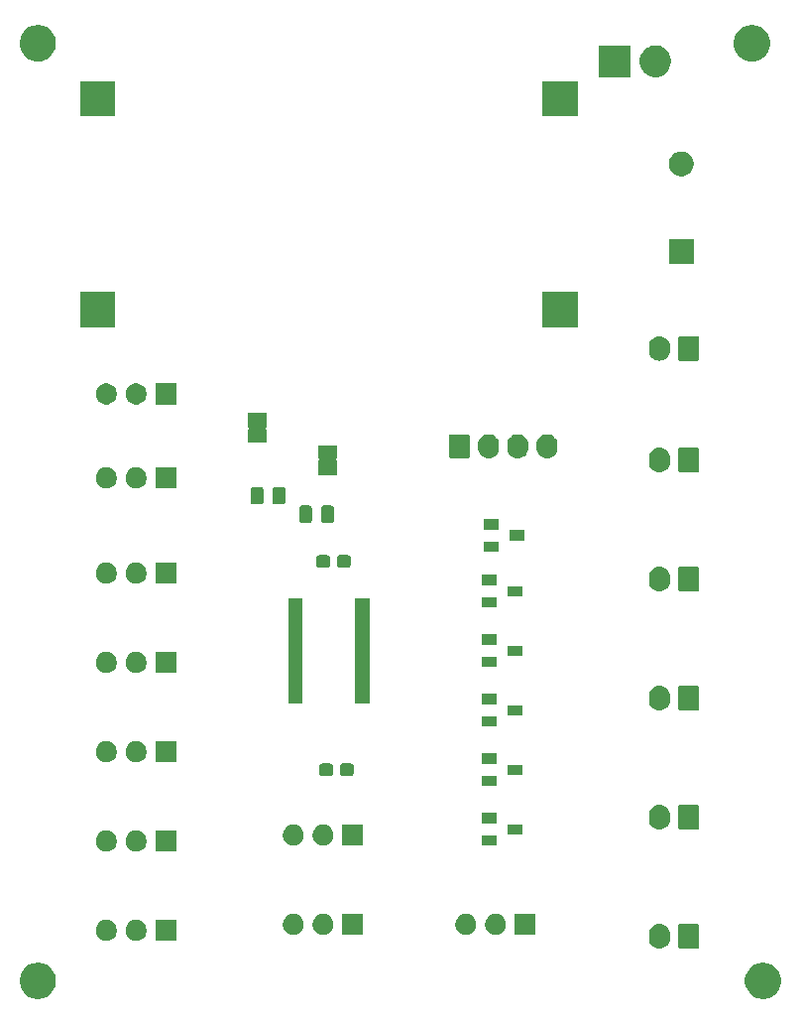
<source format=gbr>
G04 #@! TF.GenerationSoftware,KiCad,Pcbnew,5.1.5*
G04 #@! TF.CreationDate,2020-03-10T21:27:45+01:00*
G04 #@! TF.ProjectId,carte_PCA9685,63617274-655f-4504-9341-393638352e6b,rev?*
G04 #@! TF.SameCoordinates,Original*
G04 #@! TF.FileFunction,Soldermask,Top*
G04 #@! TF.FilePolarity,Negative*
%FSLAX46Y46*%
G04 Gerber Fmt 4.6, Leading zero omitted, Abs format (unit mm)*
G04 Created by KiCad (PCBNEW 5.1.5) date 2020-03-10 21:27:45*
%MOMM*%
%LPD*%
G04 APERTURE LIST*
%ADD10C,0.100000*%
G04 APERTURE END LIST*
D10*
G36*
X187246585Y-110478802D02*
G01*
X187396410Y-110508604D01*
X187678674Y-110625521D01*
X187932705Y-110795259D01*
X188148741Y-111011295D01*
X188318479Y-111265326D01*
X188435396Y-111547590D01*
X188495000Y-111847240D01*
X188495000Y-112152760D01*
X188435396Y-112452410D01*
X188318479Y-112734674D01*
X188148741Y-112988705D01*
X187932705Y-113204741D01*
X187678674Y-113374479D01*
X187396410Y-113491396D01*
X187246585Y-113521198D01*
X187096761Y-113551000D01*
X186791239Y-113551000D01*
X186641415Y-113521198D01*
X186491590Y-113491396D01*
X186209326Y-113374479D01*
X185955295Y-113204741D01*
X185739259Y-112988705D01*
X185569521Y-112734674D01*
X185452604Y-112452410D01*
X185393000Y-112152760D01*
X185393000Y-111847240D01*
X185452604Y-111547590D01*
X185569521Y-111265326D01*
X185739259Y-111011295D01*
X185955295Y-110795259D01*
X186209326Y-110625521D01*
X186491590Y-110508604D01*
X186641415Y-110478802D01*
X186791239Y-110449000D01*
X187096761Y-110449000D01*
X187246585Y-110478802D01*
G37*
G36*
X125302585Y-110478802D02*
G01*
X125452410Y-110508604D01*
X125734674Y-110625521D01*
X125988705Y-110795259D01*
X126204741Y-111011295D01*
X126374479Y-111265326D01*
X126491396Y-111547590D01*
X126551000Y-111847240D01*
X126551000Y-112152760D01*
X126491396Y-112452410D01*
X126374479Y-112734674D01*
X126204741Y-112988705D01*
X125988705Y-113204741D01*
X125734674Y-113374479D01*
X125452410Y-113491396D01*
X125302585Y-113521198D01*
X125152761Y-113551000D01*
X124847239Y-113551000D01*
X124697415Y-113521198D01*
X124547590Y-113491396D01*
X124265326Y-113374479D01*
X124011295Y-113204741D01*
X123795259Y-112988705D01*
X123625521Y-112734674D01*
X123508604Y-112452410D01*
X123449000Y-112152760D01*
X123449000Y-111847240D01*
X123508604Y-111547590D01*
X123625521Y-111265326D01*
X123795259Y-111011295D01*
X124011295Y-110795259D01*
X124265326Y-110625521D01*
X124547590Y-110508604D01*
X124697415Y-110478802D01*
X124847239Y-110449000D01*
X125152761Y-110449000D01*
X125302585Y-110478802D01*
G37*
G36*
X178270627Y-107166037D02*
G01*
X178440466Y-107217557D01*
X178596991Y-107301222D01*
X178632729Y-107330552D01*
X178734186Y-107413814D01*
X178817448Y-107515271D01*
X178846778Y-107551009D01*
X178930443Y-107707534D01*
X178981963Y-107877374D01*
X178981963Y-107877376D01*
X178992707Y-107986456D01*
X178995000Y-108009743D01*
X178995000Y-108398258D01*
X178981963Y-108530627D01*
X178930443Y-108700466D01*
X178846778Y-108856991D01*
X178817448Y-108892729D01*
X178734186Y-108994186D01*
X178596989Y-109106779D01*
X178440467Y-109190442D01*
X178440465Y-109190443D01*
X178270626Y-109241963D01*
X178094000Y-109259359D01*
X177917373Y-109241963D01*
X177747534Y-109190443D01*
X177591009Y-109106778D01*
X177548750Y-109072097D01*
X177453814Y-108994186D01*
X177341221Y-108856989D01*
X177257558Y-108700467D01*
X177257557Y-108700465D01*
X177206037Y-108530626D01*
X177193000Y-108398257D01*
X177193000Y-108009742D01*
X177206037Y-107877373D01*
X177257557Y-107707534D01*
X177341222Y-107551009D01*
X177453815Y-107413815D01*
X177591010Y-107301222D01*
X177747535Y-107217557D01*
X177917374Y-107166037D01*
X178094000Y-107148641D01*
X178270627Y-107166037D01*
G37*
G36*
X181352600Y-107156989D02*
G01*
X181385652Y-107167015D01*
X181416103Y-107183292D01*
X181442799Y-107205201D01*
X181464708Y-107231897D01*
X181480985Y-107262348D01*
X181491011Y-107295400D01*
X181495000Y-107335903D01*
X181495000Y-109072097D01*
X181491011Y-109112600D01*
X181480985Y-109145652D01*
X181464708Y-109176103D01*
X181442799Y-109202799D01*
X181416103Y-109224708D01*
X181385652Y-109240985D01*
X181352600Y-109251011D01*
X181312097Y-109255000D01*
X179875903Y-109255000D01*
X179835400Y-109251011D01*
X179802348Y-109240985D01*
X179771897Y-109224708D01*
X179745201Y-109202799D01*
X179723292Y-109176103D01*
X179707015Y-109145652D01*
X179696989Y-109112600D01*
X179693000Y-109072097D01*
X179693000Y-107335903D01*
X179696989Y-107295400D01*
X179707015Y-107262348D01*
X179723292Y-107231897D01*
X179745201Y-107205201D01*
X179771897Y-107183292D01*
X179802348Y-107167015D01*
X179835400Y-107156989D01*
X179875903Y-107153000D01*
X181312097Y-107153000D01*
X181352600Y-107156989D01*
G37*
G36*
X133503512Y-106799927D02*
G01*
X133652812Y-106829624D01*
X133816784Y-106897544D01*
X133964354Y-106996147D01*
X134089853Y-107121646D01*
X134188456Y-107269216D01*
X134256376Y-107433188D01*
X134291000Y-107607259D01*
X134291000Y-107784741D01*
X134256376Y-107958812D01*
X134188456Y-108122784D01*
X134089853Y-108270354D01*
X133964354Y-108395853D01*
X133816784Y-108494456D01*
X133652812Y-108562376D01*
X133503512Y-108592073D01*
X133478742Y-108597000D01*
X133301258Y-108597000D01*
X133276488Y-108592073D01*
X133127188Y-108562376D01*
X132963216Y-108494456D01*
X132815646Y-108395853D01*
X132690147Y-108270354D01*
X132591544Y-108122784D01*
X132523624Y-107958812D01*
X132489000Y-107784741D01*
X132489000Y-107607259D01*
X132523624Y-107433188D01*
X132591544Y-107269216D01*
X132690147Y-107121646D01*
X132815646Y-106996147D01*
X132963216Y-106897544D01*
X133127188Y-106829624D01*
X133276488Y-106799927D01*
X133301258Y-106795000D01*
X133478742Y-106795000D01*
X133503512Y-106799927D01*
G37*
G36*
X130963512Y-106799927D02*
G01*
X131112812Y-106829624D01*
X131276784Y-106897544D01*
X131424354Y-106996147D01*
X131549853Y-107121646D01*
X131648456Y-107269216D01*
X131716376Y-107433188D01*
X131751000Y-107607259D01*
X131751000Y-107784741D01*
X131716376Y-107958812D01*
X131648456Y-108122784D01*
X131549853Y-108270354D01*
X131424354Y-108395853D01*
X131276784Y-108494456D01*
X131112812Y-108562376D01*
X130963512Y-108592073D01*
X130938742Y-108597000D01*
X130761258Y-108597000D01*
X130736488Y-108592073D01*
X130587188Y-108562376D01*
X130423216Y-108494456D01*
X130275646Y-108395853D01*
X130150147Y-108270354D01*
X130051544Y-108122784D01*
X129983624Y-107958812D01*
X129949000Y-107784741D01*
X129949000Y-107607259D01*
X129983624Y-107433188D01*
X130051544Y-107269216D01*
X130150147Y-107121646D01*
X130275646Y-106996147D01*
X130423216Y-106897544D01*
X130587188Y-106829624D01*
X130736488Y-106799927D01*
X130761258Y-106795000D01*
X130938742Y-106795000D01*
X130963512Y-106799927D01*
G37*
G36*
X136831000Y-108597000D02*
G01*
X135029000Y-108597000D01*
X135029000Y-106795000D01*
X136831000Y-106795000D01*
X136831000Y-108597000D01*
G37*
G36*
X164197512Y-106291927D02*
G01*
X164346812Y-106321624D01*
X164510784Y-106389544D01*
X164658354Y-106488147D01*
X164783853Y-106613646D01*
X164882456Y-106761216D01*
X164950376Y-106925188D01*
X164985000Y-107099259D01*
X164985000Y-107276741D01*
X164950376Y-107450812D01*
X164882456Y-107614784D01*
X164783853Y-107762354D01*
X164658354Y-107887853D01*
X164510784Y-107986456D01*
X164346812Y-108054376D01*
X164197512Y-108084073D01*
X164172742Y-108089000D01*
X163995258Y-108089000D01*
X163970488Y-108084073D01*
X163821188Y-108054376D01*
X163657216Y-107986456D01*
X163509646Y-107887853D01*
X163384147Y-107762354D01*
X163285544Y-107614784D01*
X163217624Y-107450812D01*
X163183000Y-107276741D01*
X163183000Y-107099259D01*
X163217624Y-106925188D01*
X163285544Y-106761216D01*
X163384147Y-106613646D01*
X163509646Y-106488147D01*
X163657216Y-106389544D01*
X163821188Y-106321624D01*
X163970488Y-106291927D01*
X163995258Y-106287000D01*
X164172742Y-106287000D01*
X164197512Y-106291927D01*
G37*
G36*
X167525000Y-108089000D02*
G01*
X165723000Y-108089000D01*
X165723000Y-106287000D01*
X167525000Y-106287000D01*
X167525000Y-108089000D01*
G37*
G36*
X146925512Y-106291927D02*
G01*
X147074812Y-106321624D01*
X147238784Y-106389544D01*
X147386354Y-106488147D01*
X147511853Y-106613646D01*
X147610456Y-106761216D01*
X147678376Y-106925188D01*
X147713000Y-107099259D01*
X147713000Y-107276741D01*
X147678376Y-107450812D01*
X147610456Y-107614784D01*
X147511853Y-107762354D01*
X147386354Y-107887853D01*
X147238784Y-107986456D01*
X147074812Y-108054376D01*
X146925512Y-108084073D01*
X146900742Y-108089000D01*
X146723258Y-108089000D01*
X146698488Y-108084073D01*
X146549188Y-108054376D01*
X146385216Y-107986456D01*
X146237646Y-107887853D01*
X146112147Y-107762354D01*
X146013544Y-107614784D01*
X145945624Y-107450812D01*
X145911000Y-107276741D01*
X145911000Y-107099259D01*
X145945624Y-106925188D01*
X146013544Y-106761216D01*
X146112147Y-106613646D01*
X146237646Y-106488147D01*
X146385216Y-106389544D01*
X146549188Y-106321624D01*
X146698488Y-106291927D01*
X146723258Y-106287000D01*
X146900742Y-106287000D01*
X146925512Y-106291927D01*
G37*
G36*
X149465512Y-106291927D02*
G01*
X149614812Y-106321624D01*
X149778784Y-106389544D01*
X149926354Y-106488147D01*
X150051853Y-106613646D01*
X150150456Y-106761216D01*
X150218376Y-106925188D01*
X150253000Y-107099259D01*
X150253000Y-107276741D01*
X150218376Y-107450812D01*
X150150456Y-107614784D01*
X150051853Y-107762354D01*
X149926354Y-107887853D01*
X149778784Y-107986456D01*
X149614812Y-108054376D01*
X149465512Y-108084073D01*
X149440742Y-108089000D01*
X149263258Y-108089000D01*
X149238488Y-108084073D01*
X149089188Y-108054376D01*
X148925216Y-107986456D01*
X148777646Y-107887853D01*
X148652147Y-107762354D01*
X148553544Y-107614784D01*
X148485624Y-107450812D01*
X148451000Y-107276741D01*
X148451000Y-107099259D01*
X148485624Y-106925188D01*
X148553544Y-106761216D01*
X148652147Y-106613646D01*
X148777646Y-106488147D01*
X148925216Y-106389544D01*
X149089188Y-106321624D01*
X149238488Y-106291927D01*
X149263258Y-106287000D01*
X149440742Y-106287000D01*
X149465512Y-106291927D01*
G37*
G36*
X152793000Y-108089000D02*
G01*
X150991000Y-108089000D01*
X150991000Y-106287000D01*
X152793000Y-106287000D01*
X152793000Y-108089000D01*
G37*
G36*
X161657512Y-106291927D02*
G01*
X161806812Y-106321624D01*
X161970784Y-106389544D01*
X162118354Y-106488147D01*
X162243853Y-106613646D01*
X162342456Y-106761216D01*
X162410376Y-106925188D01*
X162445000Y-107099259D01*
X162445000Y-107276741D01*
X162410376Y-107450812D01*
X162342456Y-107614784D01*
X162243853Y-107762354D01*
X162118354Y-107887853D01*
X161970784Y-107986456D01*
X161806812Y-108054376D01*
X161657512Y-108084073D01*
X161632742Y-108089000D01*
X161455258Y-108089000D01*
X161430488Y-108084073D01*
X161281188Y-108054376D01*
X161117216Y-107986456D01*
X160969646Y-107887853D01*
X160844147Y-107762354D01*
X160745544Y-107614784D01*
X160677624Y-107450812D01*
X160643000Y-107276741D01*
X160643000Y-107099259D01*
X160677624Y-106925188D01*
X160745544Y-106761216D01*
X160844147Y-106613646D01*
X160969646Y-106488147D01*
X161117216Y-106389544D01*
X161281188Y-106321624D01*
X161430488Y-106291927D01*
X161455258Y-106287000D01*
X161632742Y-106287000D01*
X161657512Y-106291927D01*
G37*
G36*
X133503512Y-99179927D02*
G01*
X133652812Y-99209624D01*
X133816784Y-99277544D01*
X133964354Y-99376147D01*
X134089853Y-99501646D01*
X134188456Y-99649216D01*
X134256376Y-99813188D01*
X134291000Y-99987259D01*
X134291000Y-100164741D01*
X134256376Y-100338812D01*
X134188456Y-100502784D01*
X134089853Y-100650354D01*
X133964354Y-100775853D01*
X133816784Y-100874456D01*
X133652812Y-100942376D01*
X133503512Y-100972073D01*
X133478742Y-100977000D01*
X133301258Y-100977000D01*
X133276488Y-100972073D01*
X133127188Y-100942376D01*
X132963216Y-100874456D01*
X132815646Y-100775853D01*
X132690147Y-100650354D01*
X132591544Y-100502784D01*
X132523624Y-100338812D01*
X132489000Y-100164741D01*
X132489000Y-99987259D01*
X132523624Y-99813188D01*
X132591544Y-99649216D01*
X132690147Y-99501646D01*
X132815646Y-99376147D01*
X132963216Y-99277544D01*
X133127188Y-99209624D01*
X133276488Y-99179927D01*
X133301258Y-99175000D01*
X133478742Y-99175000D01*
X133503512Y-99179927D01*
G37*
G36*
X136831000Y-100977000D02*
G01*
X135029000Y-100977000D01*
X135029000Y-99175000D01*
X136831000Y-99175000D01*
X136831000Y-100977000D01*
G37*
G36*
X130963512Y-99179927D02*
G01*
X131112812Y-99209624D01*
X131276784Y-99277544D01*
X131424354Y-99376147D01*
X131549853Y-99501646D01*
X131648456Y-99649216D01*
X131716376Y-99813188D01*
X131751000Y-99987259D01*
X131751000Y-100164741D01*
X131716376Y-100338812D01*
X131648456Y-100502784D01*
X131549853Y-100650354D01*
X131424354Y-100775853D01*
X131276784Y-100874456D01*
X131112812Y-100942376D01*
X130963512Y-100972073D01*
X130938742Y-100977000D01*
X130761258Y-100977000D01*
X130736488Y-100972073D01*
X130587188Y-100942376D01*
X130423216Y-100874456D01*
X130275646Y-100775853D01*
X130150147Y-100650354D01*
X130051544Y-100502784D01*
X129983624Y-100338812D01*
X129949000Y-100164741D01*
X129949000Y-99987259D01*
X129983624Y-99813188D01*
X130051544Y-99649216D01*
X130150147Y-99501646D01*
X130275646Y-99376147D01*
X130423216Y-99277544D01*
X130587188Y-99209624D01*
X130736488Y-99179927D01*
X130761258Y-99175000D01*
X130938742Y-99175000D01*
X130963512Y-99179927D01*
G37*
G36*
X164181000Y-100481000D02*
G01*
X162879000Y-100481000D01*
X162879000Y-99579000D01*
X164181000Y-99579000D01*
X164181000Y-100481000D01*
G37*
G36*
X152793000Y-100469000D02*
G01*
X150991000Y-100469000D01*
X150991000Y-98667000D01*
X152793000Y-98667000D01*
X152793000Y-100469000D01*
G37*
G36*
X149465512Y-98671927D02*
G01*
X149614812Y-98701624D01*
X149778784Y-98769544D01*
X149926354Y-98868147D01*
X150051853Y-98993646D01*
X150150456Y-99141216D01*
X150218376Y-99305188D01*
X150253000Y-99479259D01*
X150253000Y-99656741D01*
X150218376Y-99830812D01*
X150150456Y-99994784D01*
X150051853Y-100142354D01*
X149926354Y-100267853D01*
X149778784Y-100366456D01*
X149614812Y-100434376D01*
X149465512Y-100464073D01*
X149440742Y-100469000D01*
X149263258Y-100469000D01*
X149238488Y-100464073D01*
X149089188Y-100434376D01*
X148925216Y-100366456D01*
X148777646Y-100267853D01*
X148652147Y-100142354D01*
X148553544Y-99994784D01*
X148485624Y-99830812D01*
X148451000Y-99656741D01*
X148451000Y-99479259D01*
X148485624Y-99305188D01*
X148553544Y-99141216D01*
X148652147Y-98993646D01*
X148777646Y-98868147D01*
X148925216Y-98769544D01*
X149089188Y-98701624D01*
X149238488Y-98671927D01*
X149263258Y-98667000D01*
X149440742Y-98667000D01*
X149465512Y-98671927D01*
G37*
G36*
X146925512Y-98671927D02*
G01*
X147074812Y-98701624D01*
X147238784Y-98769544D01*
X147386354Y-98868147D01*
X147511853Y-98993646D01*
X147610456Y-99141216D01*
X147678376Y-99305188D01*
X147713000Y-99479259D01*
X147713000Y-99656741D01*
X147678376Y-99830812D01*
X147610456Y-99994784D01*
X147511853Y-100142354D01*
X147386354Y-100267853D01*
X147238784Y-100366456D01*
X147074812Y-100434376D01*
X146925512Y-100464073D01*
X146900742Y-100469000D01*
X146723258Y-100469000D01*
X146698488Y-100464073D01*
X146549188Y-100434376D01*
X146385216Y-100366456D01*
X146237646Y-100267853D01*
X146112147Y-100142354D01*
X146013544Y-99994784D01*
X145945624Y-99830812D01*
X145911000Y-99656741D01*
X145911000Y-99479259D01*
X145945624Y-99305188D01*
X146013544Y-99141216D01*
X146112147Y-98993646D01*
X146237646Y-98868147D01*
X146385216Y-98769544D01*
X146549188Y-98701624D01*
X146698488Y-98671927D01*
X146723258Y-98667000D01*
X146900742Y-98667000D01*
X146925512Y-98671927D01*
G37*
G36*
X166381000Y-99531000D02*
G01*
X165079000Y-99531000D01*
X165079000Y-98629000D01*
X166381000Y-98629000D01*
X166381000Y-99531000D01*
G37*
G36*
X178270627Y-97006037D02*
G01*
X178440466Y-97057557D01*
X178596991Y-97141222D01*
X178632729Y-97170552D01*
X178734186Y-97253814D01*
X178817448Y-97355271D01*
X178846778Y-97391009D01*
X178930443Y-97547534D01*
X178981963Y-97717374D01*
X178995000Y-97849743D01*
X178995000Y-98238258D01*
X178981963Y-98370627D01*
X178930443Y-98540466D01*
X178846778Y-98696991D01*
X178817448Y-98732729D01*
X178734186Y-98834186D01*
X178596989Y-98946779D01*
X178440467Y-99030442D01*
X178440465Y-99030443D01*
X178270626Y-99081963D01*
X178094000Y-99099359D01*
X177917373Y-99081963D01*
X177747534Y-99030443D01*
X177591009Y-98946778D01*
X177548750Y-98912097D01*
X177453814Y-98834186D01*
X177341221Y-98696989D01*
X177257558Y-98540467D01*
X177257557Y-98540465D01*
X177206037Y-98370626D01*
X177193000Y-98238257D01*
X177193000Y-97849742D01*
X177206037Y-97717373D01*
X177257557Y-97547534D01*
X177341222Y-97391009D01*
X177453815Y-97253815D01*
X177591010Y-97141222D01*
X177747535Y-97057557D01*
X177917374Y-97006037D01*
X178094000Y-96988641D01*
X178270627Y-97006037D01*
G37*
G36*
X181352600Y-96996989D02*
G01*
X181385652Y-97007015D01*
X181416103Y-97023292D01*
X181442799Y-97045201D01*
X181464708Y-97071897D01*
X181480985Y-97102348D01*
X181491011Y-97135400D01*
X181495000Y-97175903D01*
X181495000Y-98912097D01*
X181491011Y-98952600D01*
X181480985Y-98985652D01*
X181464708Y-99016103D01*
X181442799Y-99042799D01*
X181416103Y-99064708D01*
X181385652Y-99080985D01*
X181352600Y-99091011D01*
X181312097Y-99095000D01*
X179875903Y-99095000D01*
X179835400Y-99091011D01*
X179802348Y-99080985D01*
X179771897Y-99064708D01*
X179745201Y-99042799D01*
X179723292Y-99016103D01*
X179707015Y-98985652D01*
X179696989Y-98952600D01*
X179693000Y-98912097D01*
X179693000Y-97175903D01*
X179696989Y-97135400D01*
X179707015Y-97102348D01*
X179723292Y-97071897D01*
X179745201Y-97045201D01*
X179771897Y-97023292D01*
X179802348Y-97007015D01*
X179835400Y-96996989D01*
X179875903Y-96993000D01*
X181312097Y-96993000D01*
X181352600Y-96996989D01*
G37*
G36*
X164181000Y-98581000D02*
G01*
X162879000Y-98581000D01*
X162879000Y-97679000D01*
X164181000Y-97679000D01*
X164181000Y-98581000D01*
G37*
G36*
X164181000Y-95401000D02*
G01*
X162879000Y-95401000D01*
X162879000Y-94499000D01*
X164181000Y-94499000D01*
X164181000Y-95401000D01*
G37*
G36*
X151798499Y-93458445D02*
G01*
X151835995Y-93469820D01*
X151870554Y-93488292D01*
X151900847Y-93513153D01*
X151925708Y-93543446D01*
X151944180Y-93578005D01*
X151955555Y-93615501D01*
X151960000Y-93660638D01*
X151960000Y-94299362D01*
X151955555Y-94344499D01*
X151944180Y-94381995D01*
X151925708Y-94416554D01*
X151900847Y-94446847D01*
X151870554Y-94471708D01*
X151835995Y-94490180D01*
X151798499Y-94501555D01*
X151753362Y-94506000D01*
X151014638Y-94506000D01*
X150969501Y-94501555D01*
X150932005Y-94490180D01*
X150897446Y-94471708D01*
X150867153Y-94446847D01*
X150842292Y-94416554D01*
X150823820Y-94381995D01*
X150812445Y-94344499D01*
X150808000Y-94299362D01*
X150808000Y-93660638D01*
X150812445Y-93615501D01*
X150823820Y-93578005D01*
X150842292Y-93543446D01*
X150867153Y-93513153D01*
X150897446Y-93488292D01*
X150932005Y-93469820D01*
X150969501Y-93458445D01*
X151014638Y-93454000D01*
X151753362Y-93454000D01*
X151798499Y-93458445D01*
G37*
G36*
X150048499Y-93458445D02*
G01*
X150085995Y-93469820D01*
X150120554Y-93488292D01*
X150150847Y-93513153D01*
X150175708Y-93543446D01*
X150194180Y-93578005D01*
X150205555Y-93615501D01*
X150210000Y-93660638D01*
X150210000Y-94299362D01*
X150205555Y-94344499D01*
X150194180Y-94381995D01*
X150175708Y-94416554D01*
X150150847Y-94446847D01*
X150120554Y-94471708D01*
X150085995Y-94490180D01*
X150048499Y-94501555D01*
X150003362Y-94506000D01*
X149264638Y-94506000D01*
X149219501Y-94501555D01*
X149182005Y-94490180D01*
X149147446Y-94471708D01*
X149117153Y-94446847D01*
X149092292Y-94416554D01*
X149073820Y-94381995D01*
X149062445Y-94344499D01*
X149058000Y-94299362D01*
X149058000Y-93660638D01*
X149062445Y-93615501D01*
X149073820Y-93578005D01*
X149092292Y-93543446D01*
X149117153Y-93513153D01*
X149147446Y-93488292D01*
X149182005Y-93469820D01*
X149219501Y-93458445D01*
X149264638Y-93454000D01*
X150003362Y-93454000D01*
X150048499Y-93458445D01*
G37*
G36*
X166381000Y-94451000D02*
G01*
X165079000Y-94451000D01*
X165079000Y-93549000D01*
X166381000Y-93549000D01*
X166381000Y-94451000D01*
G37*
G36*
X164181000Y-93501000D02*
G01*
X162879000Y-93501000D01*
X162879000Y-92599000D01*
X164181000Y-92599000D01*
X164181000Y-93501000D01*
G37*
G36*
X136831000Y-93357000D02*
G01*
X135029000Y-93357000D01*
X135029000Y-91555000D01*
X136831000Y-91555000D01*
X136831000Y-93357000D01*
G37*
G36*
X130963512Y-91559927D02*
G01*
X131112812Y-91589624D01*
X131276784Y-91657544D01*
X131424354Y-91756147D01*
X131549853Y-91881646D01*
X131648456Y-92029216D01*
X131716376Y-92193188D01*
X131751000Y-92367259D01*
X131751000Y-92544741D01*
X131716376Y-92718812D01*
X131648456Y-92882784D01*
X131549853Y-93030354D01*
X131424354Y-93155853D01*
X131276784Y-93254456D01*
X131112812Y-93322376D01*
X130963512Y-93352073D01*
X130938742Y-93357000D01*
X130761258Y-93357000D01*
X130736488Y-93352073D01*
X130587188Y-93322376D01*
X130423216Y-93254456D01*
X130275646Y-93155853D01*
X130150147Y-93030354D01*
X130051544Y-92882784D01*
X129983624Y-92718812D01*
X129949000Y-92544741D01*
X129949000Y-92367259D01*
X129983624Y-92193188D01*
X130051544Y-92029216D01*
X130150147Y-91881646D01*
X130275646Y-91756147D01*
X130423216Y-91657544D01*
X130587188Y-91589624D01*
X130736488Y-91559927D01*
X130761258Y-91555000D01*
X130938742Y-91555000D01*
X130963512Y-91559927D01*
G37*
G36*
X133503512Y-91559927D02*
G01*
X133652812Y-91589624D01*
X133816784Y-91657544D01*
X133964354Y-91756147D01*
X134089853Y-91881646D01*
X134188456Y-92029216D01*
X134256376Y-92193188D01*
X134291000Y-92367259D01*
X134291000Y-92544741D01*
X134256376Y-92718812D01*
X134188456Y-92882784D01*
X134089853Y-93030354D01*
X133964354Y-93155853D01*
X133816784Y-93254456D01*
X133652812Y-93322376D01*
X133503512Y-93352073D01*
X133478742Y-93357000D01*
X133301258Y-93357000D01*
X133276488Y-93352073D01*
X133127188Y-93322376D01*
X132963216Y-93254456D01*
X132815646Y-93155853D01*
X132690147Y-93030354D01*
X132591544Y-92882784D01*
X132523624Y-92718812D01*
X132489000Y-92544741D01*
X132489000Y-92367259D01*
X132523624Y-92193188D01*
X132591544Y-92029216D01*
X132690147Y-91881646D01*
X132815646Y-91756147D01*
X132963216Y-91657544D01*
X133127188Y-91589624D01*
X133276488Y-91559927D01*
X133301258Y-91555000D01*
X133478742Y-91555000D01*
X133503512Y-91559927D01*
G37*
G36*
X164181000Y-90321000D02*
G01*
X162879000Y-90321000D01*
X162879000Y-89419000D01*
X164181000Y-89419000D01*
X164181000Y-90321000D01*
G37*
G36*
X166381000Y-89371000D02*
G01*
X165079000Y-89371000D01*
X165079000Y-88469000D01*
X166381000Y-88469000D01*
X166381000Y-89371000D01*
G37*
G36*
X178270627Y-86846037D02*
G01*
X178440466Y-86897557D01*
X178596991Y-86981222D01*
X178632729Y-87010552D01*
X178734186Y-87093814D01*
X178817448Y-87195271D01*
X178846778Y-87231009D01*
X178930443Y-87387534D01*
X178981963Y-87557374D01*
X178995000Y-87689743D01*
X178995000Y-88078258D01*
X178981963Y-88210627D01*
X178930443Y-88380466D01*
X178846778Y-88536991D01*
X178817448Y-88572729D01*
X178734186Y-88674186D01*
X178596989Y-88786779D01*
X178440467Y-88870442D01*
X178440465Y-88870443D01*
X178270626Y-88921963D01*
X178094000Y-88939359D01*
X177917373Y-88921963D01*
X177747534Y-88870443D01*
X177591009Y-88786778D01*
X177548750Y-88752097D01*
X177453814Y-88674186D01*
X177341221Y-88536989D01*
X177257558Y-88380467D01*
X177231935Y-88296000D01*
X177206037Y-88210626D01*
X177193000Y-88078257D01*
X177193000Y-87689742D01*
X177206037Y-87557373D01*
X177257557Y-87387534D01*
X177341222Y-87231009D01*
X177453815Y-87093815D01*
X177591010Y-86981222D01*
X177747535Y-86897557D01*
X177917374Y-86846037D01*
X178094000Y-86828641D01*
X178270627Y-86846037D01*
G37*
G36*
X181352600Y-86836989D02*
G01*
X181385652Y-86847015D01*
X181416103Y-86863292D01*
X181442799Y-86885201D01*
X181464708Y-86911897D01*
X181480985Y-86942348D01*
X181491011Y-86975400D01*
X181495000Y-87015903D01*
X181495000Y-88752097D01*
X181491011Y-88792600D01*
X181480985Y-88825652D01*
X181464708Y-88856103D01*
X181442799Y-88882799D01*
X181416103Y-88904708D01*
X181385652Y-88920985D01*
X181352600Y-88931011D01*
X181312097Y-88935000D01*
X179875903Y-88935000D01*
X179835400Y-88931011D01*
X179802348Y-88920985D01*
X179771897Y-88904708D01*
X179745201Y-88882799D01*
X179723292Y-88856103D01*
X179707015Y-88825652D01*
X179696989Y-88792600D01*
X179693000Y-88752097D01*
X179693000Y-87015903D01*
X179696989Y-86975400D01*
X179707015Y-86942348D01*
X179723292Y-86911897D01*
X179745201Y-86885201D01*
X179771897Y-86863292D01*
X179802348Y-86847015D01*
X179835400Y-86836989D01*
X179875903Y-86833000D01*
X181312097Y-86833000D01*
X181352600Y-86836989D01*
G37*
G36*
X164181000Y-88421000D02*
G01*
X162879000Y-88421000D01*
X162879000Y-87519000D01*
X164181000Y-87519000D01*
X164181000Y-88421000D01*
G37*
G36*
X153311000Y-88296000D02*
G01*
X152109000Y-88296000D01*
X152109000Y-79344000D01*
X153311000Y-79344000D01*
X153311000Y-88296000D01*
G37*
G36*
X147611000Y-88296000D02*
G01*
X146409000Y-88296000D01*
X146409000Y-79344000D01*
X147611000Y-79344000D01*
X147611000Y-88296000D01*
G37*
G36*
X130963512Y-83939927D02*
G01*
X131112812Y-83969624D01*
X131276784Y-84037544D01*
X131424354Y-84136147D01*
X131549853Y-84261646D01*
X131648456Y-84409216D01*
X131716376Y-84573188D01*
X131751000Y-84747259D01*
X131751000Y-84924741D01*
X131716376Y-85098812D01*
X131648456Y-85262784D01*
X131549853Y-85410354D01*
X131424354Y-85535853D01*
X131276784Y-85634456D01*
X131112812Y-85702376D01*
X130963512Y-85732073D01*
X130938742Y-85737000D01*
X130761258Y-85737000D01*
X130736488Y-85732073D01*
X130587188Y-85702376D01*
X130423216Y-85634456D01*
X130275646Y-85535853D01*
X130150147Y-85410354D01*
X130051544Y-85262784D01*
X129983624Y-85098812D01*
X129949000Y-84924741D01*
X129949000Y-84747259D01*
X129983624Y-84573188D01*
X130051544Y-84409216D01*
X130150147Y-84261646D01*
X130275646Y-84136147D01*
X130423216Y-84037544D01*
X130587188Y-83969624D01*
X130736488Y-83939927D01*
X130761258Y-83935000D01*
X130938742Y-83935000D01*
X130963512Y-83939927D01*
G37*
G36*
X136831000Y-85737000D02*
G01*
X135029000Y-85737000D01*
X135029000Y-83935000D01*
X136831000Y-83935000D01*
X136831000Y-85737000D01*
G37*
G36*
X133503512Y-83939927D02*
G01*
X133652812Y-83969624D01*
X133816784Y-84037544D01*
X133964354Y-84136147D01*
X134089853Y-84261646D01*
X134188456Y-84409216D01*
X134256376Y-84573188D01*
X134291000Y-84747259D01*
X134291000Y-84924741D01*
X134256376Y-85098812D01*
X134188456Y-85262784D01*
X134089853Y-85410354D01*
X133964354Y-85535853D01*
X133816784Y-85634456D01*
X133652812Y-85702376D01*
X133503512Y-85732073D01*
X133478742Y-85737000D01*
X133301258Y-85737000D01*
X133276488Y-85732073D01*
X133127188Y-85702376D01*
X132963216Y-85634456D01*
X132815646Y-85535853D01*
X132690147Y-85410354D01*
X132591544Y-85262784D01*
X132523624Y-85098812D01*
X132489000Y-84924741D01*
X132489000Y-84747259D01*
X132523624Y-84573188D01*
X132591544Y-84409216D01*
X132690147Y-84261646D01*
X132815646Y-84136147D01*
X132963216Y-84037544D01*
X133127188Y-83969624D01*
X133276488Y-83939927D01*
X133301258Y-83935000D01*
X133478742Y-83935000D01*
X133503512Y-83939927D01*
G37*
G36*
X164181000Y-85241000D02*
G01*
X162879000Y-85241000D01*
X162879000Y-84339000D01*
X164181000Y-84339000D01*
X164181000Y-85241000D01*
G37*
G36*
X166381000Y-84291000D02*
G01*
X165079000Y-84291000D01*
X165079000Y-83389000D01*
X166381000Y-83389000D01*
X166381000Y-84291000D01*
G37*
G36*
X164181000Y-83341000D02*
G01*
X162879000Y-83341000D01*
X162879000Y-82439000D01*
X164181000Y-82439000D01*
X164181000Y-83341000D01*
G37*
G36*
X164181000Y-80161000D02*
G01*
X162879000Y-80161000D01*
X162879000Y-79259000D01*
X164181000Y-79259000D01*
X164181000Y-80161000D01*
G37*
G36*
X166381000Y-79211000D02*
G01*
X165079000Y-79211000D01*
X165079000Y-78309000D01*
X166381000Y-78309000D01*
X166381000Y-79211000D01*
G37*
G36*
X178270627Y-76686037D02*
G01*
X178440466Y-76737557D01*
X178596991Y-76821222D01*
X178632729Y-76850552D01*
X178734186Y-76933814D01*
X178817448Y-77035271D01*
X178846778Y-77071009D01*
X178930443Y-77227534D01*
X178981963Y-77397374D01*
X178995000Y-77529743D01*
X178995000Y-77918258D01*
X178981963Y-78050627D01*
X178930443Y-78220466D01*
X178846778Y-78376991D01*
X178817448Y-78412729D01*
X178734186Y-78514186D01*
X178596989Y-78626779D01*
X178440467Y-78710442D01*
X178440465Y-78710443D01*
X178270626Y-78761963D01*
X178094000Y-78779359D01*
X177917373Y-78761963D01*
X177747534Y-78710443D01*
X177591009Y-78626778D01*
X177548750Y-78592097D01*
X177453814Y-78514186D01*
X177341221Y-78376989D01*
X177257558Y-78220467D01*
X177257557Y-78220465D01*
X177206037Y-78050626D01*
X177193000Y-77918257D01*
X177193000Y-77529742D01*
X177206037Y-77397373D01*
X177257557Y-77227534D01*
X177341222Y-77071009D01*
X177453815Y-76933815D01*
X177591010Y-76821222D01*
X177747535Y-76737557D01*
X177917374Y-76686037D01*
X178094000Y-76668641D01*
X178270627Y-76686037D01*
G37*
G36*
X181352600Y-76676989D02*
G01*
X181385652Y-76687015D01*
X181416103Y-76703292D01*
X181442799Y-76725201D01*
X181464708Y-76751897D01*
X181480985Y-76782348D01*
X181491011Y-76815400D01*
X181495000Y-76855903D01*
X181495000Y-78592097D01*
X181491011Y-78632600D01*
X181480985Y-78665652D01*
X181464708Y-78696103D01*
X181442799Y-78722799D01*
X181416103Y-78744708D01*
X181385652Y-78760985D01*
X181352600Y-78771011D01*
X181312097Y-78775000D01*
X179875903Y-78775000D01*
X179835400Y-78771011D01*
X179802348Y-78760985D01*
X179771897Y-78744708D01*
X179745201Y-78722799D01*
X179723292Y-78696103D01*
X179707015Y-78665652D01*
X179696989Y-78632600D01*
X179693000Y-78592097D01*
X179693000Y-76855903D01*
X179696989Y-76815400D01*
X179707015Y-76782348D01*
X179723292Y-76751897D01*
X179745201Y-76725201D01*
X179771897Y-76703292D01*
X179802348Y-76687015D01*
X179835400Y-76676989D01*
X179875903Y-76673000D01*
X181312097Y-76673000D01*
X181352600Y-76676989D01*
G37*
G36*
X164181000Y-78261000D02*
G01*
X162879000Y-78261000D01*
X162879000Y-77359000D01*
X164181000Y-77359000D01*
X164181000Y-78261000D01*
G37*
G36*
X136831000Y-78117000D02*
G01*
X135029000Y-78117000D01*
X135029000Y-76315000D01*
X136831000Y-76315000D01*
X136831000Y-78117000D01*
G37*
G36*
X133503512Y-76319927D02*
G01*
X133652812Y-76349624D01*
X133816784Y-76417544D01*
X133964354Y-76516147D01*
X134089853Y-76641646D01*
X134188456Y-76789216D01*
X134256376Y-76953188D01*
X134291000Y-77127259D01*
X134291000Y-77304741D01*
X134256376Y-77478812D01*
X134188456Y-77642784D01*
X134089853Y-77790354D01*
X133964354Y-77915853D01*
X133816784Y-78014456D01*
X133652812Y-78082376D01*
X133503512Y-78112073D01*
X133478742Y-78117000D01*
X133301258Y-78117000D01*
X133276488Y-78112073D01*
X133127188Y-78082376D01*
X132963216Y-78014456D01*
X132815646Y-77915853D01*
X132690147Y-77790354D01*
X132591544Y-77642784D01*
X132523624Y-77478812D01*
X132489000Y-77304741D01*
X132489000Y-77127259D01*
X132523624Y-76953188D01*
X132591544Y-76789216D01*
X132690147Y-76641646D01*
X132815646Y-76516147D01*
X132963216Y-76417544D01*
X133127188Y-76349624D01*
X133276488Y-76319927D01*
X133301258Y-76315000D01*
X133478742Y-76315000D01*
X133503512Y-76319927D01*
G37*
G36*
X130963512Y-76319927D02*
G01*
X131112812Y-76349624D01*
X131276784Y-76417544D01*
X131424354Y-76516147D01*
X131549853Y-76641646D01*
X131648456Y-76789216D01*
X131716376Y-76953188D01*
X131751000Y-77127259D01*
X131751000Y-77304741D01*
X131716376Y-77478812D01*
X131648456Y-77642784D01*
X131549853Y-77790354D01*
X131424354Y-77915853D01*
X131276784Y-78014456D01*
X131112812Y-78082376D01*
X130963512Y-78112073D01*
X130938742Y-78117000D01*
X130761258Y-78117000D01*
X130736488Y-78112073D01*
X130587188Y-78082376D01*
X130423216Y-78014456D01*
X130275646Y-77915853D01*
X130150147Y-77790354D01*
X130051544Y-77642784D01*
X129983624Y-77478812D01*
X129949000Y-77304741D01*
X129949000Y-77127259D01*
X129983624Y-76953188D01*
X130051544Y-76789216D01*
X130150147Y-76641646D01*
X130275646Y-76516147D01*
X130423216Y-76417544D01*
X130587188Y-76349624D01*
X130736488Y-76319927D01*
X130761258Y-76315000D01*
X130938742Y-76315000D01*
X130963512Y-76319927D01*
G37*
G36*
X149794499Y-75678445D02*
G01*
X149831995Y-75689820D01*
X149866554Y-75708292D01*
X149896847Y-75733153D01*
X149921708Y-75763446D01*
X149940180Y-75798005D01*
X149951555Y-75835501D01*
X149956000Y-75880638D01*
X149956000Y-76519362D01*
X149951555Y-76564499D01*
X149940180Y-76601995D01*
X149921708Y-76636554D01*
X149896847Y-76666847D01*
X149866554Y-76691708D01*
X149831995Y-76710180D01*
X149794499Y-76721555D01*
X149749362Y-76726000D01*
X149010638Y-76726000D01*
X148965501Y-76721555D01*
X148928005Y-76710180D01*
X148893446Y-76691708D01*
X148863153Y-76666847D01*
X148838292Y-76636554D01*
X148819820Y-76601995D01*
X148808445Y-76564499D01*
X148804000Y-76519362D01*
X148804000Y-75880638D01*
X148808445Y-75835501D01*
X148819820Y-75798005D01*
X148838292Y-75763446D01*
X148863153Y-75733153D01*
X148893446Y-75708292D01*
X148928005Y-75689820D01*
X148965501Y-75678445D01*
X149010638Y-75674000D01*
X149749362Y-75674000D01*
X149794499Y-75678445D01*
G37*
G36*
X151544499Y-75678445D02*
G01*
X151581995Y-75689820D01*
X151616554Y-75708292D01*
X151646847Y-75733153D01*
X151671708Y-75763446D01*
X151690180Y-75798005D01*
X151701555Y-75835501D01*
X151706000Y-75880638D01*
X151706000Y-76519362D01*
X151701555Y-76564499D01*
X151690180Y-76601995D01*
X151671708Y-76636554D01*
X151646847Y-76666847D01*
X151616554Y-76691708D01*
X151581995Y-76710180D01*
X151544499Y-76721555D01*
X151499362Y-76726000D01*
X150760638Y-76726000D01*
X150715501Y-76721555D01*
X150678005Y-76710180D01*
X150643446Y-76691708D01*
X150613153Y-76666847D01*
X150588292Y-76636554D01*
X150569820Y-76601995D01*
X150558445Y-76564499D01*
X150554000Y-76519362D01*
X150554000Y-75880638D01*
X150558445Y-75835501D01*
X150569820Y-75798005D01*
X150588292Y-75763446D01*
X150613153Y-75733153D01*
X150643446Y-75708292D01*
X150678005Y-75689820D01*
X150715501Y-75678445D01*
X150760638Y-75674000D01*
X151499362Y-75674000D01*
X151544499Y-75678445D01*
G37*
G36*
X164351000Y-75401000D02*
G01*
X163049000Y-75401000D01*
X163049000Y-74499000D01*
X164351000Y-74499000D01*
X164351000Y-75401000D01*
G37*
G36*
X166551000Y-74451000D02*
G01*
X165249000Y-74451000D01*
X165249000Y-73549000D01*
X166551000Y-73549000D01*
X166551000Y-74451000D01*
G37*
G36*
X164351000Y-73501000D02*
G01*
X163049000Y-73501000D01*
X163049000Y-72599000D01*
X164351000Y-72599000D01*
X164351000Y-73501000D01*
G37*
G36*
X148234468Y-71446065D02*
G01*
X148273138Y-71457796D01*
X148308777Y-71476846D01*
X148340017Y-71502483D01*
X148365654Y-71533723D01*
X148384704Y-71569362D01*
X148396435Y-71608032D01*
X148401000Y-71654388D01*
X148401000Y-72730612D01*
X148396435Y-72776968D01*
X148384704Y-72815638D01*
X148365654Y-72851277D01*
X148340017Y-72882517D01*
X148308777Y-72908154D01*
X148273138Y-72927204D01*
X148234468Y-72938935D01*
X148188112Y-72943500D01*
X147536888Y-72943500D01*
X147490532Y-72938935D01*
X147451862Y-72927204D01*
X147416223Y-72908154D01*
X147384983Y-72882517D01*
X147359346Y-72851277D01*
X147340296Y-72815638D01*
X147328565Y-72776968D01*
X147324000Y-72730612D01*
X147324000Y-71654388D01*
X147328565Y-71608032D01*
X147340296Y-71569362D01*
X147359346Y-71533723D01*
X147384983Y-71502483D01*
X147416223Y-71476846D01*
X147451862Y-71457796D01*
X147490532Y-71446065D01*
X147536888Y-71441500D01*
X148188112Y-71441500D01*
X148234468Y-71446065D01*
G37*
G36*
X150109468Y-71446065D02*
G01*
X150148138Y-71457796D01*
X150183777Y-71476846D01*
X150215017Y-71502483D01*
X150240654Y-71533723D01*
X150259704Y-71569362D01*
X150271435Y-71608032D01*
X150276000Y-71654388D01*
X150276000Y-72730612D01*
X150271435Y-72776968D01*
X150259704Y-72815638D01*
X150240654Y-72851277D01*
X150215017Y-72882517D01*
X150183777Y-72908154D01*
X150148138Y-72927204D01*
X150109468Y-72938935D01*
X150063112Y-72943500D01*
X149411888Y-72943500D01*
X149365532Y-72938935D01*
X149326862Y-72927204D01*
X149291223Y-72908154D01*
X149259983Y-72882517D01*
X149234346Y-72851277D01*
X149215296Y-72815638D01*
X149203565Y-72776968D01*
X149199000Y-72730612D01*
X149199000Y-71654388D01*
X149203565Y-71608032D01*
X149215296Y-71569362D01*
X149234346Y-71533723D01*
X149259983Y-71502483D01*
X149291223Y-71476846D01*
X149326862Y-71457796D01*
X149365532Y-71446065D01*
X149411888Y-71441500D01*
X150063112Y-71441500D01*
X150109468Y-71446065D01*
G37*
G36*
X145966968Y-69843565D02*
G01*
X146005638Y-69855296D01*
X146041277Y-69874346D01*
X146072517Y-69899983D01*
X146098154Y-69931223D01*
X146117204Y-69966862D01*
X146128935Y-70005532D01*
X146133500Y-70051888D01*
X146133500Y-71128112D01*
X146128935Y-71174468D01*
X146117204Y-71213138D01*
X146098154Y-71248777D01*
X146072517Y-71280017D01*
X146041277Y-71305654D01*
X146005638Y-71324704D01*
X145966968Y-71336435D01*
X145920612Y-71341000D01*
X145269388Y-71341000D01*
X145223032Y-71336435D01*
X145184362Y-71324704D01*
X145148723Y-71305654D01*
X145117483Y-71280017D01*
X145091846Y-71248777D01*
X145072796Y-71213138D01*
X145061065Y-71174468D01*
X145056500Y-71128112D01*
X145056500Y-70051888D01*
X145061065Y-70005532D01*
X145072796Y-69966862D01*
X145091846Y-69931223D01*
X145117483Y-69899983D01*
X145148723Y-69874346D01*
X145184362Y-69855296D01*
X145223032Y-69843565D01*
X145269388Y-69839000D01*
X145920612Y-69839000D01*
X145966968Y-69843565D01*
G37*
G36*
X144091968Y-69843565D02*
G01*
X144130638Y-69855296D01*
X144166277Y-69874346D01*
X144197517Y-69899983D01*
X144223154Y-69931223D01*
X144242204Y-69966862D01*
X144253935Y-70005532D01*
X144258500Y-70051888D01*
X144258500Y-71128112D01*
X144253935Y-71174468D01*
X144242204Y-71213138D01*
X144223154Y-71248777D01*
X144197517Y-71280017D01*
X144166277Y-71305654D01*
X144130638Y-71324704D01*
X144091968Y-71336435D01*
X144045612Y-71341000D01*
X143394388Y-71341000D01*
X143348032Y-71336435D01*
X143309362Y-71324704D01*
X143273723Y-71305654D01*
X143242483Y-71280017D01*
X143216846Y-71248777D01*
X143197796Y-71213138D01*
X143186065Y-71174468D01*
X143181500Y-71128112D01*
X143181500Y-70051888D01*
X143186065Y-70005532D01*
X143197796Y-69966862D01*
X143216846Y-69931223D01*
X143242483Y-69899983D01*
X143273723Y-69874346D01*
X143309362Y-69855296D01*
X143348032Y-69843565D01*
X143394388Y-69839000D01*
X144045612Y-69839000D01*
X144091968Y-69843565D01*
G37*
G36*
X130963512Y-68191927D02*
G01*
X131112812Y-68221624D01*
X131276784Y-68289544D01*
X131424354Y-68388147D01*
X131549853Y-68513646D01*
X131648456Y-68661216D01*
X131716376Y-68825188D01*
X131751000Y-68999259D01*
X131751000Y-69176741D01*
X131716376Y-69350812D01*
X131648456Y-69514784D01*
X131549853Y-69662354D01*
X131424354Y-69787853D01*
X131276784Y-69886456D01*
X131112812Y-69954376D01*
X130963512Y-69984073D01*
X130938742Y-69989000D01*
X130761258Y-69989000D01*
X130736488Y-69984073D01*
X130587188Y-69954376D01*
X130423216Y-69886456D01*
X130275646Y-69787853D01*
X130150147Y-69662354D01*
X130051544Y-69514784D01*
X129983624Y-69350812D01*
X129949000Y-69176741D01*
X129949000Y-68999259D01*
X129983624Y-68825188D01*
X130051544Y-68661216D01*
X130150147Y-68513646D01*
X130275646Y-68388147D01*
X130423216Y-68289544D01*
X130587188Y-68221624D01*
X130736488Y-68191927D01*
X130761258Y-68187000D01*
X130938742Y-68187000D01*
X130963512Y-68191927D01*
G37*
G36*
X133503512Y-68191927D02*
G01*
X133652812Y-68221624D01*
X133816784Y-68289544D01*
X133964354Y-68388147D01*
X134089853Y-68513646D01*
X134188456Y-68661216D01*
X134256376Y-68825188D01*
X134291000Y-68999259D01*
X134291000Y-69176741D01*
X134256376Y-69350812D01*
X134188456Y-69514784D01*
X134089853Y-69662354D01*
X133964354Y-69787853D01*
X133816784Y-69886456D01*
X133652812Y-69954376D01*
X133503512Y-69984073D01*
X133478742Y-69989000D01*
X133301258Y-69989000D01*
X133276488Y-69984073D01*
X133127188Y-69954376D01*
X132963216Y-69886456D01*
X132815646Y-69787853D01*
X132690147Y-69662354D01*
X132591544Y-69514784D01*
X132523624Y-69350812D01*
X132489000Y-69176741D01*
X132489000Y-68999259D01*
X132523624Y-68825188D01*
X132591544Y-68661216D01*
X132690147Y-68513646D01*
X132815646Y-68388147D01*
X132963216Y-68289544D01*
X133127188Y-68221624D01*
X133276488Y-68191927D01*
X133301258Y-68187000D01*
X133478742Y-68187000D01*
X133503512Y-68191927D01*
G37*
G36*
X136831000Y-69989000D02*
G01*
X135029000Y-69989000D01*
X135029000Y-68187000D01*
X136831000Y-68187000D01*
X136831000Y-69989000D01*
G37*
G36*
X150492999Y-66288737D02*
G01*
X150502608Y-66291652D01*
X150511472Y-66296390D01*
X150519237Y-66302763D01*
X150525610Y-66310528D01*
X150530348Y-66319392D01*
X150533263Y-66329001D01*
X150534852Y-66345140D01*
X150534852Y-67332860D01*
X150533263Y-67348999D01*
X150530348Y-67358608D01*
X150525610Y-67367472D01*
X150523746Y-67369743D01*
X150519237Y-67375237D01*
X150511427Y-67381640D01*
X150511372Y-67381677D01*
X150501853Y-67389480D01*
X150501878Y-67389511D01*
X150488028Y-67400853D01*
X150472463Y-67419779D01*
X150460889Y-67441377D01*
X150453751Y-67464819D01*
X150451324Y-67489202D01*
X150453700Y-67513591D01*
X150460789Y-67537047D01*
X150472318Y-67558670D01*
X150487843Y-67577628D01*
X150506769Y-67593193D01*
X150509825Y-67595029D01*
X150511514Y-67596418D01*
X150511516Y-67596419D01*
X150517712Y-67601515D01*
X150519274Y-67602800D01*
X150525642Y-67610575D01*
X150528791Y-67616483D01*
X150530367Y-67619438D01*
X150533257Y-67629001D01*
X150533282Y-67629085D01*
X150534852Y-67645113D01*
X150534852Y-68782860D01*
X150533263Y-68798999D01*
X150530348Y-68808608D01*
X150525610Y-68817472D01*
X150519237Y-68825237D01*
X150511472Y-68831610D01*
X150502608Y-68836348D01*
X150492999Y-68839263D01*
X150476860Y-68840852D01*
X148989140Y-68840852D01*
X148973001Y-68839263D01*
X148963392Y-68836348D01*
X148954528Y-68831610D01*
X148946763Y-68825237D01*
X148940390Y-68817472D01*
X148935652Y-68808608D01*
X148932737Y-68798999D01*
X148931148Y-68782860D01*
X148931148Y-67645140D01*
X148932737Y-67629001D01*
X148935652Y-67619392D01*
X148940390Y-67610528D01*
X148946763Y-67602763D01*
X148959737Y-67592116D01*
X148968968Y-67585947D01*
X148986294Y-67568619D01*
X148999907Y-67548244D01*
X149009283Y-67525605D01*
X149014063Y-67501572D01*
X149014062Y-67477068D01*
X149009280Y-67453035D01*
X148999902Y-67430396D01*
X148986287Y-67410022D01*
X148968959Y-67392696D01*
X148959683Y-67385825D01*
X148946800Y-67375274D01*
X148942250Y-67369742D01*
X148940419Y-67367516D01*
X148935674Y-67358661D01*
X148934194Y-67353799D01*
X148932758Y-67349085D01*
X148932758Y-67349082D01*
X148932748Y-67349050D01*
X148931753Y-67339000D01*
X148931753Y-67338935D01*
X148931148Y-67332825D01*
X148931148Y-66345140D01*
X148932737Y-66329001D01*
X148935652Y-66319392D01*
X148940390Y-66310528D01*
X148946763Y-66302763D01*
X148954528Y-66296390D01*
X148963392Y-66291652D01*
X148973001Y-66288737D01*
X148989140Y-66287148D01*
X150476860Y-66287148D01*
X150492999Y-66288737D01*
G37*
G36*
X178270627Y-66526037D02*
G01*
X178440466Y-66577557D01*
X178596991Y-66661222D01*
X178621852Y-66681625D01*
X178734186Y-66773814D01*
X178797912Y-66851466D01*
X178846778Y-66911009D01*
X178930443Y-67067534D01*
X178981963Y-67237374D01*
X178983973Y-67257779D01*
X178994777Y-67367472D01*
X178995000Y-67369743D01*
X178995000Y-67758258D01*
X178981963Y-67890627D01*
X178930443Y-68060466D01*
X178846778Y-68216991D01*
X178817448Y-68252729D01*
X178734186Y-68354186D01*
X178596989Y-68466779D01*
X178440467Y-68550442D01*
X178440465Y-68550443D01*
X178270626Y-68601963D01*
X178094000Y-68619359D01*
X177917373Y-68601963D01*
X177747534Y-68550443D01*
X177591009Y-68466778D01*
X177548750Y-68432097D01*
X177453814Y-68354186D01*
X177341221Y-68216989D01*
X177257558Y-68060467D01*
X177257557Y-68060465D01*
X177206037Y-67890626D01*
X177193000Y-67758257D01*
X177193000Y-67369742D01*
X177193224Y-67367472D01*
X177200199Y-67296652D01*
X177206037Y-67237373D01*
X177257557Y-67067534D01*
X177341222Y-66911009D01*
X177453815Y-66773815D01*
X177591010Y-66661222D01*
X177747535Y-66577557D01*
X177917374Y-66526037D01*
X178094000Y-66508641D01*
X178270627Y-66526037D01*
G37*
G36*
X181352600Y-66516989D02*
G01*
X181385652Y-66527015D01*
X181416103Y-66543292D01*
X181442799Y-66565201D01*
X181464708Y-66591897D01*
X181480985Y-66622348D01*
X181491011Y-66655400D01*
X181495000Y-66695903D01*
X181495000Y-68432097D01*
X181491011Y-68472600D01*
X181480985Y-68505652D01*
X181464708Y-68536103D01*
X181442799Y-68562799D01*
X181416103Y-68584708D01*
X181385652Y-68600985D01*
X181352600Y-68611011D01*
X181312097Y-68615000D01*
X179875903Y-68615000D01*
X179835400Y-68611011D01*
X179802348Y-68600985D01*
X179771897Y-68584708D01*
X179745201Y-68562799D01*
X179723292Y-68536103D01*
X179707015Y-68505652D01*
X179696989Y-68472600D01*
X179693000Y-68432097D01*
X179693000Y-66695903D01*
X179696989Y-66655400D01*
X179707015Y-66622348D01*
X179723292Y-66591897D01*
X179745201Y-66565201D01*
X179771897Y-66543292D01*
X179802348Y-66527015D01*
X179835400Y-66516989D01*
X179875903Y-66513000D01*
X181312097Y-66513000D01*
X181352600Y-66516989D01*
G37*
G36*
X168666626Y-65367037D02*
G01*
X168836465Y-65418557D01*
X168836467Y-65418558D01*
X168992989Y-65502221D01*
X169130186Y-65614814D01*
X169213448Y-65716271D01*
X169242778Y-65752009D01*
X169326443Y-65908534D01*
X169377963Y-66078373D01*
X169377963Y-66078375D01*
X169391000Y-66210740D01*
X169391000Y-66549259D01*
X169386800Y-66591897D01*
X169377963Y-66681626D01*
X169326443Y-66851466D01*
X169242778Y-67007991D01*
X169213448Y-67043729D01*
X169130186Y-67145186D01*
X169035250Y-67223097D01*
X168992991Y-67257778D01*
X168992989Y-67257779D01*
X168841037Y-67339000D01*
X168836466Y-67341443D01*
X168666627Y-67392963D01*
X168490000Y-67410359D01*
X168313374Y-67392963D01*
X168143535Y-67341443D01*
X168138965Y-67339000D01*
X167987012Y-67257779D01*
X167987010Y-67257778D01*
X167849815Y-67145185D01*
X167737222Y-67007991D01*
X167653557Y-66851466D01*
X167602037Y-66681627D01*
X167595518Y-66615442D01*
X167589000Y-66549260D01*
X167589000Y-66210741D01*
X167602037Y-66078376D01*
X167602037Y-66078374D01*
X167653557Y-65908535D01*
X167737222Y-65752010D01*
X167737223Y-65752009D01*
X167849814Y-65614814D01*
X167951271Y-65531552D01*
X167987009Y-65502222D01*
X168143534Y-65418557D01*
X168313373Y-65367037D01*
X168490000Y-65349641D01*
X168666626Y-65367037D01*
G37*
G36*
X163666626Y-65367037D02*
G01*
X163836465Y-65418557D01*
X163836467Y-65418558D01*
X163992989Y-65502221D01*
X164130186Y-65614814D01*
X164213448Y-65716271D01*
X164242778Y-65752009D01*
X164326443Y-65908534D01*
X164377963Y-66078373D01*
X164377963Y-66078375D01*
X164391000Y-66210740D01*
X164391000Y-66549259D01*
X164386800Y-66591897D01*
X164377963Y-66681626D01*
X164326443Y-66851466D01*
X164242778Y-67007991D01*
X164213448Y-67043729D01*
X164130186Y-67145186D01*
X164035250Y-67223097D01*
X163992991Y-67257778D01*
X163992989Y-67257779D01*
X163841037Y-67339000D01*
X163836466Y-67341443D01*
X163666627Y-67392963D01*
X163490000Y-67410359D01*
X163313374Y-67392963D01*
X163143535Y-67341443D01*
X163138965Y-67339000D01*
X162987012Y-67257779D01*
X162987010Y-67257778D01*
X162849815Y-67145185D01*
X162737222Y-67007991D01*
X162653557Y-66851466D01*
X162602037Y-66681627D01*
X162595518Y-66615442D01*
X162589000Y-66549260D01*
X162589000Y-66210741D01*
X162602037Y-66078376D01*
X162602037Y-66078374D01*
X162653557Y-65908535D01*
X162737222Y-65752010D01*
X162737223Y-65752009D01*
X162849814Y-65614814D01*
X162951271Y-65531552D01*
X162987009Y-65502222D01*
X163143534Y-65418557D01*
X163313373Y-65367037D01*
X163490000Y-65349641D01*
X163666626Y-65367037D01*
G37*
G36*
X166166626Y-65367037D02*
G01*
X166336465Y-65418557D01*
X166336467Y-65418558D01*
X166492989Y-65502221D01*
X166630186Y-65614814D01*
X166713448Y-65716271D01*
X166742778Y-65752009D01*
X166826443Y-65908534D01*
X166877963Y-66078373D01*
X166877963Y-66078375D01*
X166891000Y-66210740D01*
X166891000Y-66549259D01*
X166886800Y-66591897D01*
X166877963Y-66681626D01*
X166826443Y-66851466D01*
X166742778Y-67007991D01*
X166713448Y-67043729D01*
X166630186Y-67145186D01*
X166535250Y-67223097D01*
X166492991Y-67257778D01*
X166492989Y-67257779D01*
X166341037Y-67339000D01*
X166336466Y-67341443D01*
X166166627Y-67392963D01*
X165990000Y-67410359D01*
X165813374Y-67392963D01*
X165643535Y-67341443D01*
X165638965Y-67339000D01*
X165487012Y-67257779D01*
X165487010Y-67257778D01*
X165349815Y-67145185D01*
X165237222Y-67007991D01*
X165153557Y-66851466D01*
X165102037Y-66681627D01*
X165095518Y-66615442D01*
X165089000Y-66549260D01*
X165089000Y-66210741D01*
X165102037Y-66078376D01*
X165102037Y-66078374D01*
X165153557Y-65908535D01*
X165237222Y-65752010D01*
X165237223Y-65752009D01*
X165349814Y-65614814D01*
X165451271Y-65531552D01*
X165487009Y-65502222D01*
X165643534Y-65418557D01*
X165813373Y-65367037D01*
X165990000Y-65349641D01*
X166166626Y-65367037D01*
G37*
G36*
X161748600Y-65357989D02*
G01*
X161781652Y-65368015D01*
X161812103Y-65384292D01*
X161838799Y-65406201D01*
X161860708Y-65432897D01*
X161876985Y-65463348D01*
X161887011Y-65496400D01*
X161891000Y-65536903D01*
X161891000Y-67223097D01*
X161887011Y-67263600D01*
X161876985Y-67296652D01*
X161860708Y-67327103D01*
X161838799Y-67353799D01*
X161812103Y-67375708D01*
X161781652Y-67391985D01*
X161748600Y-67402011D01*
X161708097Y-67406000D01*
X160271903Y-67406000D01*
X160231400Y-67402011D01*
X160198348Y-67391985D01*
X160167897Y-67375708D01*
X160141201Y-67353799D01*
X160119292Y-67327103D01*
X160103015Y-67296652D01*
X160092989Y-67263600D01*
X160089000Y-67223097D01*
X160089000Y-65536903D01*
X160092989Y-65496400D01*
X160103015Y-65463348D01*
X160119292Y-65432897D01*
X160141201Y-65406201D01*
X160167897Y-65384292D01*
X160198348Y-65368015D01*
X160231400Y-65357989D01*
X160271903Y-65354000D01*
X161708097Y-65354000D01*
X161748600Y-65357989D01*
G37*
G36*
X144479999Y-63509737D02*
G01*
X144489608Y-63512652D01*
X144498472Y-63517390D01*
X144506237Y-63523763D01*
X144512610Y-63531528D01*
X144517348Y-63540392D01*
X144520263Y-63550001D01*
X144521852Y-63566140D01*
X144521852Y-64703860D01*
X144520263Y-64719999D01*
X144517348Y-64729608D01*
X144512610Y-64738472D01*
X144506237Y-64746237D01*
X144493263Y-64756884D01*
X144484032Y-64763053D01*
X144466706Y-64780381D01*
X144453093Y-64800756D01*
X144443717Y-64823395D01*
X144438937Y-64847428D01*
X144438938Y-64871932D01*
X144443720Y-64895965D01*
X144453098Y-64918604D01*
X144466713Y-64938978D01*
X144484041Y-64956304D01*
X144493317Y-64963175D01*
X144498427Y-64967360D01*
X144506199Y-64973725D01*
X144512581Y-64981484D01*
X144517326Y-64990339D01*
X144517326Y-64990340D01*
X144520242Y-64999915D01*
X144520242Y-64999918D01*
X144520252Y-64999950D01*
X144521247Y-65010000D01*
X144521247Y-65010065D01*
X144521852Y-65016175D01*
X144521852Y-66003860D01*
X144520263Y-66019999D01*
X144517348Y-66029608D01*
X144512610Y-66038472D01*
X144506237Y-66046237D01*
X144498472Y-66052610D01*
X144489608Y-66057348D01*
X144479999Y-66060263D01*
X144463860Y-66061852D01*
X142976140Y-66061852D01*
X142960001Y-66060263D01*
X142950392Y-66057348D01*
X142941528Y-66052610D01*
X142933763Y-66046237D01*
X142927390Y-66038472D01*
X142922652Y-66029608D01*
X142919737Y-66019999D01*
X142918148Y-66003860D01*
X142918148Y-65016140D01*
X142919737Y-65000001D01*
X142922652Y-64990392D01*
X142927390Y-64981528D01*
X142933742Y-64973788D01*
X142933743Y-64973787D01*
X142933763Y-64973763D01*
X142941573Y-64967360D01*
X142941628Y-64967323D01*
X142951147Y-64959520D01*
X142951122Y-64959489D01*
X142964972Y-64948147D01*
X142980537Y-64929221D01*
X142992111Y-64907623D01*
X142999249Y-64884181D01*
X143001676Y-64859798D01*
X142999300Y-64835409D01*
X142992211Y-64811953D01*
X142980682Y-64790330D01*
X142965157Y-64771372D01*
X142946231Y-64755807D01*
X142943175Y-64753971D01*
X142941486Y-64752582D01*
X142941484Y-64752581D01*
X142933725Y-64746199D01*
X142931603Y-64743608D01*
X142927358Y-64738425D01*
X142924209Y-64732517D01*
X142922633Y-64729562D01*
X142919727Y-64719945D01*
X142919718Y-64719915D01*
X142918148Y-64703887D01*
X142918148Y-63566140D01*
X142919737Y-63550001D01*
X142922652Y-63540392D01*
X142927390Y-63531528D01*
X142933763Y-63523763D01*
X142941528Y-63517390D01*
X142950392Y-63512652D01*
X142960001Y-63509737D01*
X142976140Y-63508148D01*
X144463860Y-63508148D01*
X144479999Y-63509737D01*
G37*
G36*
X130963512Y-61023927D02*
G01*
X131112812Y-61053624D01*
X131276784Y-61121544D01*
X131424354Y-61220147D01*
X131549853Y-61345646D01*
X131648456Y-61493216D01*
X131716376Y-61657188D01*
X131751000Y-61831259D01*
X131751000Y-62008741D01*
X131716376Y-62182812D01*
X131648456Y-62346784D01*
X131549853Y-62494354D01*
X131424354Y-62619853D01*
X131276784Y-62718456D01*
X131112812Y-62786376D01*
X130963512Y-62816073D01*
X130938742Y-62821000D01*
X130761258Y-62821000D01*
X130736488Y-62816073D01*
X130587188Y-62786376D01*
X130423216Y-62718456D01*
X130275646Y-62619853D01*
X130150147Y-62494354D01*
X130051544Y-62346784D01*
X129983624Y-62182812D01*
X129949000Y-62008741D01*
X129949000Y-61831259D01*
X129983624Y-61657188D01*
X130051544Y-61493216D01*
X130150147Y-61345646D01*
X130275646Y-61220147D01*
X130423216Y-61121544D01*
X130587188Y-61053624D01*
X130736488Y-61023927D01*
X130761258Y-61019000D01*
X130938742Y-61019000D01*
X130963512Y-61023927D01*
G37*
G36*
X136831000Y-62821000D02*
G01*
X135029000Y-62821000D01*
X135029000Y-61019000D01*
X136831000Y-61019000D01*
X136831000Y-62821000D01*
G37*
G36*
X133503512Y-61023927D02*
G01*
X133652812Y-61053624D01*
X133816784Y-61121544D01*
X133964354Y-61220147D01*
X134089853Y-61345646D01*
X134188456Y-61493216D01*
X134256376Y-61657188D01*
X134291000Y-61831259D01*
X134291000Y-62008741D01*
X134256376Y-62182812D01*
X134188456Y-62346784D01*
X134089853Y-62494354D01*
X133964354Y-62619853D01*
X133816784Y-62718456D01*
X133652812Y-62786376D01*
X133503512Y-62816073D01*
X133478742Y-62821000D01*
X133301258Y-62821000D01*
X133276488Y-62816073D01*
X133127188Y-62786376D01*
X132963216Y-62718456D01*
X132815646Y-62619853D01*
X132690147Y-62494354D01*
X132591544Y-62346784D01*
X132523624Y-62182812D01*
X132489000Y-62008741D01*
X132489000Y-61831259D01*
X132523624Y-61657188D01*
X132591544Y-61493216D01*
X132690147Y-61345646D01*
X132815646Y-61220147D01*
X132963216Y-61121544D01*
X133127188Y-61053624D01*
X133276488Y-61023927D01*
X133301258Y-61019000D01*
X133478742Y-61019000D01*
X133503512Y-61023927D01*
G37*
G36*
X178270627Y-57001037D02*
G01*
X178440466Y-57052557D01*
X178596991Y-57136222D01*
X178632729Y-57165552D01*
X178734186Y-57248814D01*
X178817448Y-57350271D01*
X178846778Y-57386009D01*
X178930443Y-57542534D01*
X178981963Y-57712374D01*
X178995000Y-57844743D01*
X178995000Y-58233258D01*
X178981963Y-58365627D01*
X178930443Y-58535466D01*
X178846778Y-58691991D01*
X178817448Y-58727729D01*
X178734186Y-58829186D01*
X178596989Y-58941779D01*
X178440467Y-59025442D01*
X178440465Y-59025443D01*
X178270626Y-59076963D01*
X178094000Y-59094359D01*
X177917373Y-59076963D01*
X177747534Y-59025443D01*
X177591009Y-58941778D01*
X177548750Y-58907097D01*
X177453814Y-58829186D01*
X177341221Y-58691989D01*
X177257558Y-58535467D01*
X177257557Y-58535465D01*
X177206037Y-58365626D01*
X177193000Y-58233257D01*
X177193000Y-57844742D01*
X177206037Y-57712373D01*
X177257557Y-57542534D01*
X177341222Y-57386009D01*
X177453815Y-57248815D01*
X177591010Y-57136222D01*
X177747535Y-57052557D01*
X177917374Y-57001037D01*
X178094000Y-56983641D01*
X178270627Y-57001037D01*
G37*
G36*
X181352600Y-56991989D02*
G01*
X181385652Y-57002015D01*
X181416103Y-57018292D01*
X181442799Y-57040201D01*
X181464708Y-57066897D01*
X181480985Y-57097348D01*
X181491011Y-57130400D01*
X181495000Y-57170903D01*
X181495000Y-58907097D01*
X181491011Y-58947600D01*
X181480985Y-58980652D01*
X181464708Y-59011103D01*
X181442799Y-59037799D01*
X181416103Y-59059708D01*
X181385652Y-59075985D01*
X181352600Y-59086011D01*
X181312097Y-59090000D01*
X179875903Y-59090000D01*
X179835400Y-59086011D01*
X179802348Y-59075985D01*
X179771897Y-59059708D01*
X179745201Y-59037799D01*
X179723292Y-59011103D01*
X179707015Y-58980652D01*
X179696989Y-58947600D01*
X179693000Y-58907097D01*
X179693000Y-57170903D01*
X179696989Y-57130400D01*
X179707015Y-57097348D01*
X179723292Y-57066897D01*
X179745201Y-57040201D01*
X179771897Y-57018292D01*
X179802348Y-57002015D01*
X179835400Y-56991989D01*
X179875903Y-56988000D01*
X181312097Y-56988000D01*
X181352600Y-56991989D01*
G37*
G36*
X171111000Y-56221000D02*
G01*
X168109000Y-56221000D01*
X168109000Y-53219000D01*
X171111000Y-53219000D01*
X171111000Y-56221000D01*
G37*
G36*
X131611000Y-56221000D02*
G01*
X128609000Y-56221000D01*
X128609000Y-53219000D01*
X131611000Y-53219000D01*
X131611000Y-56221000D01*
G37*
G36*
X181010000Y-50835000D02*
G01*
X178908000Y-50835000D01*
X178908000Y-48733000D01*
X181010000Y-48733000D01*
X181010000Y-50835000D01*
G37*
G36*
X180265564Y-41273389D02*
G01*
X180456833Y-41352615D01*
X180456835Y-41352616D01*
X180628973Y-41467635D01*
X180775365Y-41614027D01*
X180890385Y-41786167D01*
X180969611Y-41977436D01*
X181010000Y-42180484D01*
X181010000Y-42387516D01*
X180969611Y-42590564D01*
X180890385Y-42781833D01*
X180890384Y-42781835D01*
X180775365Y-42953973D01*
X180628973Y-43100365D01*
X180456835Y-43215384D01*
X180456834Y-43215385D01*
X180456833Y-43215385D01*
X180265564Y-43294611D01*
X180062516Y-43335000D01*
X179855484Y-43335000D01*
X179652436Y-43294611D01*
X179461167Y-43215385D01*
X179461166Y-43215385D01*
X179461165Y-43215384D01*
X179289027Y-43100365D01*
X179142635Y-42953973D01*
X179027616Y-42781835D01*
X179027615Y-42781833D01*
X178948389Y-42590564D01*
X178908000Y-42387516D01*
X178908000Y-42180484D01*
X178948389Y-41977436D01*
X179027615Y-41786167D01*
X179142635Y-41614027D01*
X179289027Y-41467635D01*
X179461165Y-41352616D01*
X179461167Y-41352615D01*
X179652436Y-41273389D01*
X179855484Y-41233000D01*
X180062516Y-41233000D01*
X180265564Y-41273389D01*
G37*
G36*
X171111000Y-38221000D02*
G01*
X168109000Y-38221000D01*
X168109000Y-35219000D01*
X171111000Y-35219000D01*
X171111000Y-38221000D01*
G37*
G36*
X131611000Y-38221000D02*
G01*
X128609000Y-38221000D01*
X128609000Y-35219000D01*
X131611000Y-35219000D01*
X131611000Y-38221000D01*
G37*
G36*
X175595000Y-34879000D02*
G01*
X172893000Y-34879000D01*
X172893000Y-32177000D01*
X175595000Y-32177000D01*
X175595000Y-34879000D01*
G37*
G36*
X178138072Y-32228918D02*
G01*
X178383939Y-32330759D01*
X178495328Y-32405187D01*
X178605211Y-32478609D01*
X178793391Y-32666789D01*
X178941242Y-32888063D01*
X179043082Y-33133928D01*
X179090931Y-33374479D01*
X179095000Y-33394938D01*
X179095000Y-33661062D01*
X179043082Y-33922072D01*
X178941241Y-34167939D01*
X178793390Y-34389212D01*
X178605212Y-34577390D01*
X178383939Y-34725241D01*
X178383938Y-34725242D01*
X178383937Y-34725242D01*
X178138072Y-34827082D01*
X177877063Y-34879000D01*
X177610937Y-34879000D01*
X177349928Y-34827082D01*
X177104063Y-34725242D01*
X177104062Y-34725242D01*
X177104061Y-34725241D01*
X176882788Y-34577390D01*
X176694610Y-34389212D01*
X176546759Y-34167939D01*
X176444918Y-33922072D01*
X176393000Y-33661062D01*
X176393000Y-33394938D01*
X176397070Y-33374479D01*
X176444918Y-33133928D01*
X176546758Y-32888063D01*
X176694609Y-32666789D01*
X176882789Y-32478609D01*
X176992672Y-32405187D01*
X177104061Y-32330759D01*
X177349928Y-32228918D01*
X177610937Y-32177000D01*
X177877063Y-32177000D01*
X178138072Y-32228918D01*
G37*
G36*
X186302585Y-30478802D02*
G01*
X186452410Y-30508604D01*
X186734674Y-30625521D01*
X186988705Y-30795259D01*
X187204741Y-31011295D01*
X187374479Y-31265326D01*
X187491396Y-31547590D01*
X187491396Y-31547591D01*
X187551000Y-31847239D01*
X187551000Y-32152761D01*
X187535851Y-32228918D01*
X187491396Y-32452410D01*
X187374479Y-32734674D01*
X187204741Y-32988705D01*
X186988705Y-33204741D01*
X186734674Y-33374479D01*
X186452410Y-33491396D01*
X186302585Y-33521198D01*
X186152761Y-33551000D01*
X185847239Y-33551000D01*
X185697415Y-33521198D01*
X185547590Y-33491396D01*
X185265326Y-33374479D01*
X185011295Y-33204741D01*
X184795259Y-32988705D01*
X184625521Y-32734674D01*
X184508604Y-32452410D01*
X184464149Y-32228918D01*
X184449000Y-32152761D01*
X184449000Y-31847239D01*
X184508604Y-31547591D01*
X184508604Y-31547590D01*
X184625521Y-31265326D01*
X184795259Y-31011295D01*
X185011295Y-30795259D01*
X185265326Y-30625521D01*
X185547590Y-30508604D01*
X185697415Y-30478802D01*
X185847239Y-30449000D01*
X186152761Y-30449000D01*
X186302585Y-30478802D01*
G37*
G36*
X125302585Y-30478802D02*
G01*
X125452410Y-30508604D01*
X125734674Y-30625521D01*
X125988705Y-30795259D01*
X126204741Y-31011295D01*
X126374479Y-31265326D01*
X126491396Y-31547590D01*
X126491396Y-31547591D01*
X126551000Y-31847239D01*
X126551000Y-32152761D01*
X126535851Y-32228918D01*
X126491396Y-32452410D01*
X126374479Y-32734674D01*
X126204741Y-32988705D01*
X125988705Y-33204741D01*
X125734674Y-33374479D01*
X125452410Y-33491396D01*
X125302585Y-33521198D01*
X125152761Y-33551000D01*
X124847239Y-33551000D01*
X124697415Y-33521198D01*
X124547590Y-33491396D01*
X124265326Y-33374479D01*
X124011295Y-33204741D01*
X123795259Y-32988705D01*
X123625521Y-32734674D01*
X123508604Y-32452410D01*
X123464149Y-32228918D01*
X123449000Y-32152761D01*
X123449000Y-31847239D01*
X123508604Y-31547591D01*
X123508604Y-31547590D01*
X123625521Y-31265326D01*
X123795259Y-31011295D01*
X124011295Y-30795259D01*
X124265326Y-30625521D01*
X124547590Y-30508604D01*
X124697415Y-30478802D01*
X124847239Y-30449000D01*
X125152761Y-30449000D01*
X125302585Y-30478802D01*
G37*
M02*

</source>
